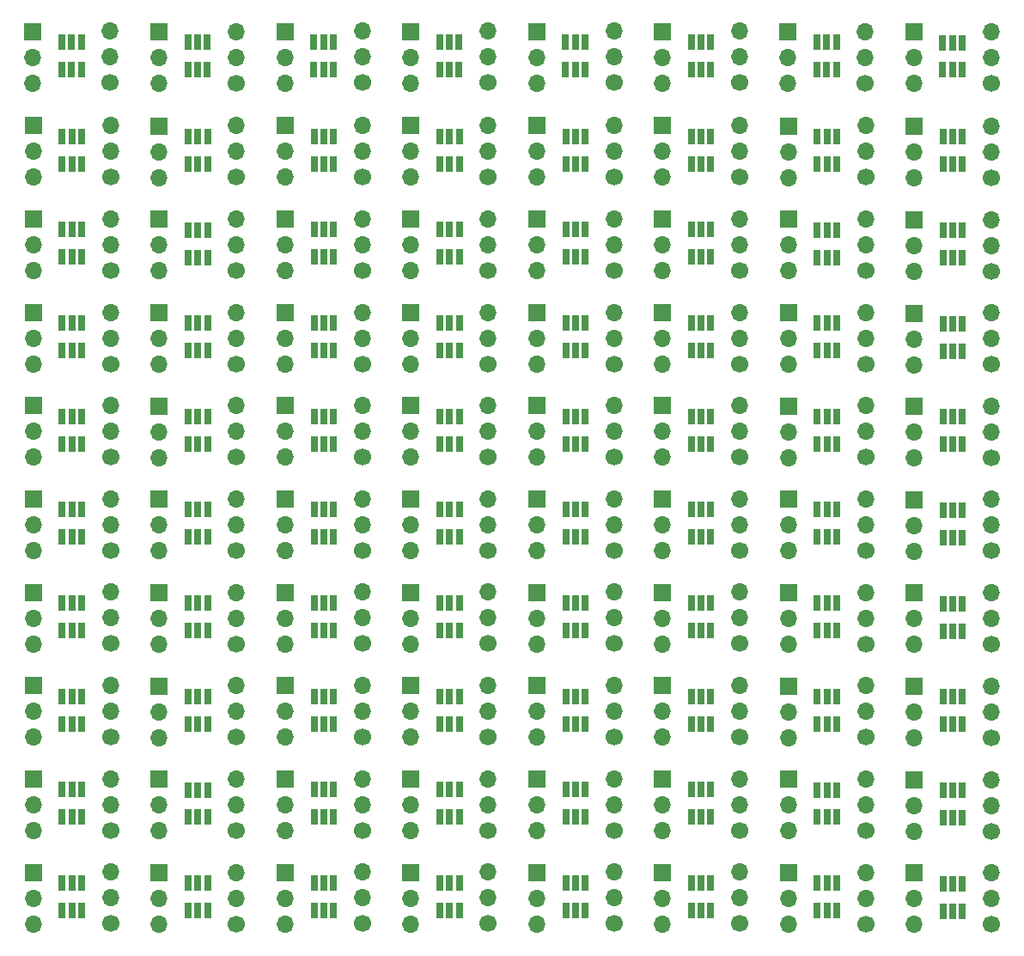
<source format=gbr>
%TF.GenerationSoftware,KiCad,Pcbnew,6.0.11+dfsg-1~bpo11+1*%
%TF.CreationDate,2023-03-06T17:28:23+08:00*%
%TF.ProjectId,sot2dip - panel,736f7432-6469-4702-902d-2070616e656c,rev?*%
%TF.SameCoordinates,Original*%
%TF.FileFunction,Soldermask,Top*%
%TF.FilePolarity,Negative*%
%FSLAX46Y46*%
G04 Gerber Fmt 4.6, Leading zero omitted, Abs format (unit mm)*
G04 Created by KiCad (PCBNEW 6.0.11+dfsg-1~bpo11+1) date 2023-03-06 17:28:23*
%MOMM*%
%LPD*%
G01*
G04 APERTURE LIST*
%ADD10R,0.650000X1.560000*%
%ADD11C,1.700000*%
%ADD12O,1.700000X1.700000*%
%ADD13R,1.700000X1.700000*%
G04 APERTURE END LIST*
D10*
%TO.C,J2*%
X171722000Y-61539000D03*
X172672000Y-61539000D03*
X173622000Y-61539000D03*
X173622000Y-58839000D03*
X172672000Y-58839000D03*
X171722000Y-58839000D03*
%TD*%
%TO.C,J2*%
X109700000Y-61541000D03*
X110650000Y-61541000D03*
X111600000Y-61541000D03*
X111600000Y-58841000D03*
X110650000Y-58841000D03*
X109700000Y-58841000D03*
%TD*%
D11*
%TO.C,J3*%
X126884000Y-62878000D03*
D12*
X126884000Y-60338000D03*
X126884000Y-57798000D03*
%TD*%
D13*
%TO.C,J1*%
X181284000Y-103908000D03*
D12*
X181284000Y-106448000D03*
X181284000Y-108988000D03*
%TD*%
D11*
%TO.C,J3*%
X164106000Y-136556000D03*
D12*
X164106000Y-134016000D03*
X164106000Y-131476000D03*
%TD*%
D11*
%TO.C,J3*%
X164106000Y-145756000D03*
D12*
X164106000Y-143216000D03*
X164106000Y-140676000D03*
%TD*%
D13*
%TO.C,J1*%
X193665000Y-76361000D03*
D12*
X193665000Y-78901000D03*
X193665000Y-81441000D03*
%TD*%
D10*
%TO.C,J2*%
X146944000Y-126041000D03*
X147894000Y-126041000D03*
X148844000Y-126041000D03*
X148844000Y-123341000D03*
X147894000Y-123341000D03*
X146944000Y-123341000D03*
%TD*%
%TO.C,J2*%
X146944000Y-70835000D03*
X147894000Y-70835000D03*
X148844000Y-70835000D03*
X148844000Y-68135000D03*
X147894000Y-68135000D03*
X146944000Y-68135000D03*
%TD*%
%TO.C,J2*%
X159344000Y-98437000D03*
X160294000Y-98437000D03*
X161244000Y-98437000D03*
X161244000Y-95737000D03*
X160294000Y-95737000D03*
X159344000Y-95737000D03*
%TD*%
D13*
%TO.C,J1*%
X131684000Y-76300000D03*
D12*
X131684000Y-78840000D03*
X131684000Y-81380000D03*
%TD*%
D10*
%TO.C,J2*%
X109722000Y-70835000D03*
X110672000Y-70835000D03*
X111622000Y-70835000D03*
X111622000Y-68135000D03*
X110672000Y-68135000D03*
X109722000Y-68135000D03*
%TD*%
D11*
%TO.C,J3*%
X114484000Y-108946000D03*
D12*
X114484000Y-106406000D03*
X114484000Y-103866000D03*
%TD*%
D11*
%TO.C,J3*%
X201287000Y-109007000D03*
D12*
X201287000Y-106467000D03*
X201287000Y-103927000D03*
%TD*%
D11*
%TO.C,J3*%
X164106000Y-72150000D03*
D12*
X164106000Y-69610000D03*
X164106000Y-67070000D03*
%TD*%
D10*
%TO.C,J2*%
X196525000Y-107690000D03*
X197475000Y-107690000D03*
X198425000Y-107690000D03*
X198425000Y-104990000D03*
X197475000Y-104990000D03*
X196525000Y-104990000D03*
%TD*%
D13*
%TO.C,J1*%
X181284000Y-67114000D03*
D12*
X181284000Y-69654000D03*
X181284000Y-72194000D03*
%TD*%
D13*
%TO.C,J1*%
X156484000Y-122298000D03*
D12*
X156484000Y-124838000D03*
X156484000Y-127378000D03*
%TD*%
D11*
%TO.C,J3*%
X151706000Y-136558000D03*
D12*
X151706000Y-134018000D03*
X151706000Y-131478000D03*
%TD*%
D10*
%TO.C,J2*%
X122144000Y-116861000D03*
X123094000Y-116861000D03*
X124044000Y-116861000D03*
X124044000Y-114161000D03*
X123094000Y-114161000D03*
X122144000Y-114161000D03*
%TD*%
D11*
%TO.C,J3*%
X188906000Y-118178000D03*
D12*
X188906000Y-115638000D03*
X188906000Y-113098000D03*
%TD*%
D10*
%TO.C,J2*%
X196525000Y-135302000D03*
X197475000Y-135302000D03*
X198425000Y-135302000D03*
X198425000Y-132602000D03*
X197475000Y-132602000D03*
X196525000Y-132602000D03*
%TD*%
%TO.C,J2*%
X134544000Y-107629000D03*
X135494000Y-107629000D03*
X136444000Y-107629000D03*
X136444000Y-104929000D03*
X135494000Y-104929000D03*
X134544000Y-104929000D03*
%TD*%
D13*
%TO.C,J1*%
X156484000Y-85508000D03*
D12*
X156484000Y-88048000D03*
X156484000Y-90588000D03*
%TD*%
D13*
%TO.C,J1*%
X168884000Y-85508000D03*
D12*
X168884000Y-88048000D03*
X168884000Y-90588000D03*
%TD*%
D10*
%TO.C,J2*%
X196525000Y-80102000D03*
X197475000Y-80102000D03*
X198425000Y-80102000D03*
X198425000Y-77402000D03*
X197475000Y-77402000D03*
X196525000Y-77402000D03*
%TD*%
D11*
%TO.C,J3*%
X201287000Y-81419000D03*
D12*
X201287000Y-78879000D03*
X201287000Y-76339000D03*
%TD*%
D13*
%TO.C,J1*%
X181284000Y-76320000D03*
D12*
X181284000Y-78860000D03*
X181284000Y-81400000D03*
%TD*%
D10*
%TO.C,J2*%
X171744000Y-89249000D03*
X172694000Y-89249000D03*
X173644000Y-89249000D03*
X173644000Y-86549000D03*
X172694000Y-86549000D03*
X171744000Y-86549000D03*
%TD*%
D11*
%TO.C,J3*%
X164106000Y-127356000D03*
D12*
X164106000Y-124816000D03*
X164106000Y-122276000D03*
%TD*%
D11*
%TO.C,J3*%
X164084000Y-62856000D03*
D12*
X164084000Y-60316000D03*
X164084000Y-57776000D03*
%TD*%
D13*
%TO.C,J1*%
X106862000Y-76300000D03*
D12*
X106862000Y-78840000D03*
X106862000Y-81380000D03*
%TD*%
D10*
%TO.C,J2*%
X171744000Y-107627000D03*
X172694000Y-107627000D03*
X173644000Y-107627000D03*
X173644000Y-104927000D03*
X172694000Y-104927000D03*
X171744000Y-104927000D03*
%TD*%
D11*
%TO.C,J3*%
X176506000Y-108944000D03*
D12*
X176506000Y-106404000D03*
X176506000Y-103864000D03*
%TD*%
D10*
%TO.C,J2*%
X109722000Y-107629000D03*
X110672000Y-107629000D03*
X111622000Y-107629000D03*
X111622000Y-104929000D03*
X110672000Y-104929000D03*
X109722000Y-104929000D03*
%TD*%
%TO.C,J2*%
X134544000Y-98439000D03*
X135494000Y-98439000D03*
X136444000Y-98439000D03*
X136444000Y-95739000D03*
X135494000Y-95739000D03*
X134544000Y-95739000D03*
%TD*%
D13*
%TO.C,J1*%
X181262000Y-57820000D03*
D12*
X181262000Y-60360000D03*
X181262000Y-62900000D03*
%TD*%
D10*
%TO.C,J2*%
X134544000Y-135241000D03*
X135494000Y-135241000D03*
X136444000Y-135241000D03*
X136444000Y-132541000D03*
X135494000Y-132541000D03*
X134544000Y-132541000D03*
%TD*%
%TO.C,J2*%
X184144000Y-107649000D03*
X185094000Y-107649000D03*
X186044000Y-107649000D03*
X186044000Y-104949000D03*
X185094000Y-104949000D03*
X184144000Y-104949000D03*
%TD*%
D11*
%TO.C,J3*%
X126906000Y-99776000D03*
D12*
X126906000Y-97236000D03*
X126906000Y-94696000D03*
%TD*%
D10*
%TO.C,J2*%
X109722000Y-80041000D03*
X110672000Y-80041000D03*
X111622000Y-80041000D03*
X111622000Y-77341000D03*
X110672000Y-77341000D03*
X109722000Y-77341000D03*
%TD*%
D13*
%TO.C,J1*%
X156484000Y-67092000D03*
D12*
X156484000Y-69632000D03*
X156484000Y-72172000D03*
%TD*%
D13*
%TO.C,J1*%
X131684000Y-113100000D03*
D12*
X131684000Y-115640000D03*
X131684000Y-118180000D03*
%TD*%
D11*
%TO.C,J3*%
X176506000Y-127356000D03*
D12*
X176506000Y-124816000D03*
X176506000Y-122276000D03*
%TD*%
D13*
%TO.C,J1*%
X156484000Y-140698000D03*
D12*
X156484000Y-143238000D03*
X156484000Y-145778000D03*
%TD*%
D11*
%TO.C,J3*%
X139306000Y-136558000D03*
D12*
X139306000Y-134018000D03*
X139306000Y-131478000D03*
%TD*%
D13*
%TO.C,J1*%
X106862000Y-113100000D03*
D12*
X106862000Y-115640000D03*
X106862000Y-118180000D03*
%TD*%
D11*
%TO.C,J3*%
X139306000Y-81358000D03*
D12*
X139306000Y-78818000D03*
X139306000Y-76278000D03*
%TD*%
D10*
%TO.C,J2*%
X109722000Y-98439000D03*
X110672000Y-98439000D03*
X111622000Y-98439000D03*
X111622000Y-95739000D03*
X110672000Y-95739000D03*
X109722000Y-95739000D03*
%TD*%
%TO.C,J2*%
X184144000Y-126061000D03*
X185094000Y-126061000D03*
X186044000Y-126061000D03*
X186044000Y-123361000D03*
X185094000Y-123361000D03*
X184144000Y-123361000D03*
%TD*%
D11*
%TO.C,J3*%
X126906000Y-136578000D03*
D12*
X126906000Y-134038000D03*
X126906000Y-131498000D03*
%TD*%
D10*
%TO.C,J2*%
X184144000Y-89271000D03*
X185094000Y-89271000D03*
X186044000Y-89271000D03*
X186044000Y-86571000D03*
X185094000Y-86571000D03*
X184144000Y-86571000D03*
%TD*%
D11*
%TO.C,J3*%
X176506000Y-90566000D03*
D12*
X176506000Y-88026000D03*
X176506000Y-85486000D03*
%TD*%
D13*
%TO.C,J1*%
X131684000Y-131500000D03*
D12*
X131684000Y-134040000D03*
X131684000Y-136580000D03*
%TD*%
D11*
%TO.C,J3*%
X139306000Y-127358000D03*
D12*
X139306000Y-124818000D03*
X139306000Y-122278000D03*
%TD*%
D13*
%TO.C,J1*%
X168884000Y-113098000D03*
D12*
X168884000Y-115638000D03*
X168884000Y-118178000D03*
%TD*%
D10*
%TO.C,J2*%
X146944000Y-80041000D03*
X147894000Y-80041000D03*
X148844000Y-80041000D03*
X148844000Y-77341000D03*
X147894000Y-77341000D03*
X146944000Y-77341000D03*
%TD*%
D11*
%TO.C,J3*%
X151706000Y-108946000D03*
D12*
X151706000Y-106406000D03*
X151706000Y-103866000D03*
%TD*%
D11*
%TO.C,J3*%
X188906000Y-108966000D03*
D12*
X188906000Y-106426000D03*
X188906000Y-103886000D03*
%TD*%
D11*
%TO.C,J3*%
X139284000Y-62858000D03*
D12*
X139284000Y-60318000D03*
X139284000Y-57778000D03*
%TD*%
D10*
%TO.C,J2*%
X159344000Y-107627000D03*
X160294000Y-107627000D03*
X161244000Y-107627000D03*
X161244000Y-104927000D03*
X160294000Y-104927000D03*
X159344000Y-104927000D03*
%TD*%
%TO.C,J2*%
X159344000Y-116839000D03*
X160294000Y-116839000D03*
X161244000Y-116839000D03*
X161244000Y-114139000D03*
X160294000Y-114139000D03*
X159344000Y-114139000D03*
%TD*%
%TO.C,J2*%
X146944000Y-116841000D03*
X147894000Y-116841000D03*
X148844000Y-116841000D03*
X148844000Y-114141000D03*
X147894000Y-114141000D03*
X146944000Y-114141000D03*
%TD*%
%TO.C,J2*%
X171744000Y-80039000D03*
X172694000Y-80039000D03*
X173644000Y-80039000D03*
X173644000Y-77339000D03*
X172694000Y-77339000D03*
X171744000Y-77339000D03*
%TD*%
D13*
%TO.C,J1*%
X119284000Y-85530000D03*
D12*
X119284000Y-88070000D03*
X119284000Y-90610000D03*
%TD*%
D10*
%TO.C,J2*%
X122144000Y-107649000D03*
X123094000Y-107649000D03*
X124044000Y-107649000D03*
X124044000Y-104949000D03*
X123094000Y-104949000D03*
X122144000Y-104949000D03*
%TD*%
%TO.C,J2*%
X122144000Y-126061000D03*
X123094000Y-126061000D03*
X124044000Y-126061000D03*
X124044000Y-123361000D03*
X123094000Y-123361000D03*
X122144000Y-123361000D03*
%TD*%
D13*
%TO.C,J1*%
X119284000Y-67114000D03*
D12*
X119284000Y-69654000D03*
X119284000Y-72194000D03*
%TD*%
D13*
%TO.C,J1*%
X144084000Y-140700000D03*
D12*
X144084000Y-143240000D03*
X144084000Y-145780000D03*
%TD*%
D13*
%TO.C,J1*%
X156484000Y-113098000D03*
D12*
X156484000Y-115638000D03*
X156484000Y-118178000D03*
%TD*%
D11*
%TO.C,J3*%
X151706000Y-81358000D03*
D12*
X151706000Y-78818000D03*
X151706000Y-76278000D03*
%TD*%
D10*
%TO.C,J2*%
X171744000Y-70833000D03*
X172694000Y-70833000D03*
X173644000Y-70833000D03*
X173644000Y-68133000D03*
X172694000Y-68133000D03*
X171744000Y-68133000D03*
%TD*%
D11*
%TO.C,J3*%
X164106000Y-81356000D03*
D12*
X164106000Y-78816000D03*
X164106000Y-76276000D03*
%TD*%
D10*
%TO.C,J2*%
X196525000Y-144502000D03*
X197475000Y-144502000D03*
X198425000Y-144502000D03*
X198425000Y-141802000D03*
X197475000Y-141802000D03*
X196525000Y-141802000D03*
%TD*%
D13*
%TO.C,J1*%
X131684000Y-67094000D03*
D12*
X131684000Y-69634000D03*
X131684000Y-72174000D03*
%TD*%
D10*
%TO.C,J2*%
X171744000Y-126039000D03*
X172694000Y-126039000D03*
X173644000Y-126039000D03*
X173644000Y-123339000D03*
X172694000Y-123339000D03*
X171744000Y-123339000D03*
%TD*%
D13*
%TO.C,J1*%
X156484000Y-76298000D03*
D12*
X156484000Y-78838000D03*
X156484000Y-81378000D03*
%TD*%
D11*
%TO.C,J3*%
X176506000Y-136556000D03*
D12*
X176506000Y-134016000D03*
X176506000Y-131476000D03*
%TD*%
D11*
%TO.C,J3*%
X188906000Y-136578000D03*
D12*
X188906000Y-134038000D03*
X188906000Y-131498000D03*
%TD*%
D10*
%TO.C,J2*%
X196525000Y-70896000D03*
X197475000Y-70896000D03*
X198425000Y-70896000D03*
X198425000Y-68196000D03*
X197475000Y-68196000D03*
X196525000Y-68196000D03*
%TD*%
D13*
%TO.C,J1*%
X131684000Y-122300000D03*
D12*
X131684000Y-124840000D03*
X131684000Y-127380000D03*
%TD*%
D10*
%TO.C,J2*%
X146944000Y-107629000D03*
X147894000Y-107629000D03*
X148844000Y-107629000D03*
X148844000Y-104929000D03*
X147894000Y-104929000D03*
X146944000Y-104929000D03*
%TD*%
%TO.C,J2*%
X134544000Y-70835000D03*
X135494000Y-70835000D03*
X136444000Y-70835000D03*
X136444000Y-68135000D03*
X135494000Y-68135000D03*
X134544000Y-68135000D03*
%TD*%
D13*
%TO.C,J1*%
X106862000Y-140700000D03*
D12*
X106862000Y-143240000D03*
X106862000Y-145780000D03*
%TD*%
D11*
%TO.C,J3*%
X188906000Y-145778000D03*
D12*
X188906000Y-143238000D03*
X188906000Y-140698000D03*
%TD*%
D13*
%TO.C,J1*%
X181284000Y-140720000D03*
D12*
X181284000Y-143260000D03*
X181284000Y-145800000D03*
%TD*%
D13*
%TO.C,J1*%
X144084000Y-67094000D03*
D12*
X144084000Y-69634000D03*
X144084000Y-72174000D03*
%TD*%
D11*
%TO.C,J3*%
X201287000Y-136619000D03*
D12*
X201287000Y-134079000D03*
X201287000Y-131539000D03*
%TD*%
D10*
%TO.C,J2*%
X184122000Y-61561000D03*
X185072000Y-61561000D03*
X186022000Y-61561000D03*
X186022000Y-58861000D03*
X185072000Y-58861000D03*
X184122000Y-58861000D03*
%TD*%
%TO.C,J2*%
X122144000Y-135261000D03*
X123094000Y-135261000D03*
X124044000Y-135261000D03*
X124044000Y-132561000D03*
X123094000Y-132561000D03*
X122144000Y-132561000D03*
%TD*%
D13*
%TO.C,J1*%
X193665000Y-85571000D03*
D12*
X193665000Y-88111000D03*
X193665000Y-90651000D03*
%TD*%
D13*
%TO.C,J1*%
X119284000Y-131520000D03*
D12*
X119284000Y-134060000D03*
X119284000Y-136600000D03*
%TD*%
D13*
%TO.C,J1*%
X119284000Y-103908000D03*
D12*
X119284000Y-106448000D03*
X119284000Y-108988000D03*
%TD*%
D13*
%TO.C,J1*%
X156484000Y-94696000D03*
D12*
X156484000Y-97236000D03*
X156484000Y-99776000D03*
%TD*%
D11*
%TO.C,J3*%
X126906000Y-127378000D03*
D12*
X126906000Y-124838000D03*
X126906000Y-122298000D03*
%TD*%
D11*
%TO.C,J3*%
X188906000Y-127378000D03*
D12*
X188906000Y-124838000D03*
X188906000Y-122298000D03*
%TD*%
D10*
%TO.C,J2*%
X134544000Y-116841000D03*
X135494000Y-116841000D03*
X136444000Y-116841000D03*
X136444000Y-114141000D03*
X135494000Y-114141000D03*
X134544000Y-114141000D03*
%TD*%
D11*
%TO.C,J3*%
X126906000Y-81378000D03*
D12*
X126906000Y-78838000D03*
X126906000Y-76298000D03*
%TD*%
D10*
%TO.C,J2*%
X109722000Y-89251000D03*
X110672000Y-89251000D03*
X111622000Y-89251000D03*
X111622000Y-86551000D03*
X110672000Y-86551000D03*
X109722000Y-86551000D03*
%TD*%
%TO.C,J2*%
X109722000Y-126041000D03*
X110672000Y-126041000D03*
X111622000Y-126041000D03*
X111622000Y-123341000D03*
X110672000Y-123341000D03*
X109722000Y-123341000D03*
%TD*%
D13*
%TO.C,J1*%
X168884000Y-131498000D03*
D12*
X168884000Y-134038000D03*
X168884000Y-136578000D03*
%TD*%
D10*
%TO.C,J2*%
X134544000Y-89251000D03*
X135494000Y-89251000D03*
X136444000Y-89251000D03*
X136444000Y-86551000D03*
X135494000Y-86551000D03*
X134544000Y-86551000D03*
%TD*%
D13*
%TO.C,J1*%
X144084000Y-131500000D03*
D12*
X144084000Y-134040000D03*
X144084000Y-136580000D03*
%TD*%
D11*
%TO.C,J3*%
X201287000Y-99817000D03*
D12*
X201287000Y-97277000D03*
X201287000Y-94737000D03*
%TD*%
D11*
%TO.C,J3*%
X188906000Y-81378000D03*
D12*
X188906000Y-78838000D03*
X188906000Y-76298000D03*
%TD*%
D10*
%TO.C,J2*%
X159344000Y-126039000D03*
X160294000Y-126039000D03*
X161244000Y-126039000D03*
X161244000Y-123339000D03*
X160294000Y-123339000D03*
X159344000Y-123339000D03*
%TD*%
D13*
%TO.C,J1*%
X181284000Y-122320000D03*
D12*
X181284000Y-124860000D03*
X181284000Y-127400000D03*
%TD*%
D10*
%TO.C,J2*%
X109722000Y-144441000D03*
X110672000Y-144441000D03*
X111622000Y-144441000D03*
X111622000Y-141741000D03*
X110672000Y-141741000D03*
X109722000Y-141741000D03*
%TD*%
D11*
%TO.C,J3*%
X201287000Y-118219000D03*
D12*
X201287000Y-115679000D03*
X201287000Y-113139000D03*
%TD*%
D11*
%TO.C,J3*%
X114484000Y-81358000D03*
D12*
X114484000Y-78818000D03*
X114484000Y-76278000D03*
%TD*%
D11*
%TO.C,J3*%
X176506000Y-145756000D03*
D12*
X176506000Y-143216000D03*
X176506000Y-140676000D03*
%TD*%
D13*
%TO.C,J1*%
X131662000Y-57800000D03*
D12*
X131662000Y-60340000D03*
X131662000Y-62880000D03*
%TD*%
D11*
%TO.C,J3*%
X139306000Y-72152000D03*
D12*
X139306000Y-69612000D03*
X139306000Y-67072000D03*
%TD*%
D11*
%TO.C,J3*%
X151684000Y-62858000D03*
D12*
X151684000Y-60318000D03*
X151684000Y-57778000D03*
%TD*%
D13*
%TO.C,J1*%
X181284000Y-85530000D03*
D12*
X181284000Y-88070000D03*
X181284000Y-90610000D03*
%TD*%
D13*
%TO.C,J1*%
X106840000Y-57800000D03*
D12*
X106840000Y-60340000D03*
X106840000Y-62880000D03*
%TD*%
D11*
%TO.C,J3*%
X126906000Y-145778000D03*
D12*
X126906000Y-143238000D03*
X126906000Y-140698000D03*
%TD*%
D13*
%TO.C,J1*%
X131684000Y-103888000D03*
D12*
X131684000Y-106428000D03*
X131684000Y-108968000D03*
%TD*%
D11*
%TO.C,J3*%
X114484000Y-72152000D03*
D12*
X114484000Y-69612000D03*
X114484000Y-67072000D03*
%TD*%
D13*
%TO.C,J1*%
X144084000Y-113100000D03*
D12*
X144084000Y-115640000D03*
X144084000Y-118180000D03*
%TD*%
D10*
%TO.C,J2*%
X184144000Y-144461000D03*
X185094000Y-144461000D03*
X186044000Y-144461000D03*
X186044000Y-141761000D03*
X185094000Y-141761000D03*
X184144000Y-141761000D03*
%TD*%
%TO.C,J2*%
X196525000Y-89312000D03*
X197475000Y-89312000D03*
X198425000Y-89312000D03*
X198425000Y-86612000D03*
X197475000Y-86612000D03*
X196525000Y-86612000D03*
%TD*%
%TO.C,J2*%
X171744000Y-135239000D03*
X172694000Y-135239000D03*
X173644000Y-135239000D03*
X173644000Y-132539000D03*
X172694000Y-132539000D03*
X171744000Y-132539000D03*
%TD*%
D11*
%TO.C,J3*%
X201287000Y-90629000D03*
D12*
X201287000Y-88089000D03*
X201287000Y-85549000D03*
%TD*%
D11*
%TO.C,J3*%
X126906000Y-72172000D03*
D12*
X126906000Y-69632000D03*
X126906000Y-67092000D03*
%TD*%
D13*
%TO.C,J1*%
X156484000Y-131498000D03*
D12*
X156484000Y-134038000D03*
X156484000Y-136578000D03*
%TD*%
D13*
%TO.C,J1*%
X181284000Y-113120000D03*
D12*
X181284000Y-115660000D03*
X181284000Y-118200000D03*
%TD*%
D13*
%TO.C,J1*%
X106862000Y-131500000D03*
D12*
X106862000Y-134040000D03*
X106862000Y-136580000D03*
%TD*%
D10*
%TO.C,J2*%
X196525000Y-126102000D03*
X197475000Y-126102000D03*
X198425000Y-126102000D03*
X198425000Y-123402000D03*
X197475000Y-123402000D03*
X196525000Y-123402000D03*
%TD*%
D13*
%TO.C,J1*%
X193665000Y-94759000D03*
D12*
X193665000Y-97299000D03*
X193665000Y-99839000D03*
%TD*%
D11*
%TO.C,J3*%
X151706000Y-145758000D03*
D12*
X151706000Y-143218000D03*
X151706000Y-140678000D03*
%TD*%
D13*
%TO.C,J1*%
X119284000Y-113120000D03*
D12*
X119284000Y-115660000D03*
X119284000Y-118200000D03*
%TD*%
D11*
%TO.C,J3*%
X201265000Y-62919000D03*
D12*
X201265000Y-60379000D03*
X201265000Y-57839000D03*
%TD*%
D13*
%TO.C,J1*%
X193665000Y-67155000D03*
D12*
X193665000Y-69695000D03*
X193665000Y-72235000D03*
%TD*%
D11*
%TO.C,J3*%
X139306000Y-145758000D03*
D12*
X139306000Y-143218000D03*
X139306000Y-140678000D03*
%TD*%
D13*
%TO.C,J1*%
X119262000Y-57820000D03*
D12*
X119262000Y-60360000D03*
X119262000Y-62900000D03*
%TD*%
D13*
%TO.C,J1*%
X131684000Y-140700000D03*
D12*
X131684000Y-143240000D03*
X131684000Y-145780000D03*
%TD*%
D10*
%TO.C,J2*%
X159344000Y-144439000D03*
X160294000Y-144439000D03*
X161244000Y-144439000D03*
X161244000Y-141739000D03*
X160294000Y-141739000D03*
X159344000Y-141739000D03*
%TD*%
%TO.C,J2*%
X196525000Y-116902000D03*
X197475000Y-116902000D03*
X198425000Y-116902000D03*
X198425000Y-114202000D03*
X197475000Y-114202000D03*
X196525000Y-114202000D03*
%TD*%
D13*
%TO.C,J1*%
X181284000Y-131520000D03*
D12*
X181284000Y-134060000D03*
X181284000Y-136600000D03*
%TD*%
D10*
%TO.C,J2*%
X146944000Y-144441000D03*
X147894000Y-144441000D03*
X148844000Y-144441000D03*
X148844000Y-141741000D03*
X147894000Y-141741000D03*
X146944000Y-141741000D03*
%TD*%
D11*
%TO.C,J3*%
X151706000Y-72152000D03*
D12*
X151706000Y-69612000D03*
X151706000Y-67072000D03*
%TD*%
D11*
%TO.C,J3*%
X188884000Y-62878000D03*
D12*
X188884000Y-60338000D03*
X188884000Y-57798000D03*
%TD*%
D11*
%TO.C,J3*%
X188906000Y-99776000D03*
D12*
X188906000Y-97236000D03*
X188906000Y-94696000D03*
%TD*%
D13*
%TO.C,J1*%
X156462000Y-57798000D03*
D12*
X156462000Y-60338000D03*
X156462000Y-62878000D03*
%TD*%
D13*
%TO.C,J1*%
X119284000Y-122320000D03*
D12*
X119284000Y-124860000D03*
X119284000Y-127400000D03*
%TD*%
D11*
%TO.C,J3*%
X126906000Y-108966000D03*
D12*
X126906000Y-106426000D03*
X126906000Y-103886000D03*
%TD*%
D13*
%TO.C,J1*%
X119284000Y-140720000D03*
D12*
X119284000Y-143260000D03*
X119284000Y-145800000D03*
%TD*%
D11*
%TO.C,J3*%
X164106000Y-90566000D03*
D12*
X164106000Y-88026000D03*
X164106000Y-85486000D03*
%TD*%
D11*
%TO.C,J3*%
X114484000Y-127358000D03*
D12*
X114484000Y-124818000D03*
X114484000Y-122278000D03*
%TD*%
D10*
%TO.C,J2*%
X184144000Y-98459000D03*
X185094000Y-98459000D03*
X186044000Y-98459000D03*
X186044000Y-95759000D03*
X185094000Y-95759000D03*
X184144000Y-95759000D03*
%TD*%
%TO.C,J2*%
X159344000Y-80039000D03*
X160294000Y-80039000D03*
X161244000Y-80039000D03*
X161244000Y-77339000D03*
X160294000Y-77339000D03*
X159344000Y-77339000D03*
%TD*%
%TO.C,J2*%
X134544000Y-80041000D03*
X135494000Y-80041000D03*
X136444000Y-80041000D03*
X136444000Y-77341000D03*
X135494000Y-77341000D03*
X134544000Y-77341000D03*
%TD*%
%TO.C,J2*%
X134522000Y-61541000D03*
X135472000Y-61541000D03*
X136422000Y-61541000D03*
X136422000Y-58841000D03*
X135472000Y-58841000D03*
X134522000Y-58841000D03*
%TD*%
D13*
%TO.C,J1*%
X106862000Y-103888000D03*
D12*
X106862000Y-106428000D03*
X106862000Y-108968000D03*
%TD*%
D10*
%TO.C,J2*%
X184144000Y-135261000D03*
X185094000Y-135261000D03*
X186044000Y-135261000D03*
X186044000Y-132561000D03*
X185094000Y-132561000D03*
X184144000Y-132561000D03*
%TD*%
D13*
%TO.C,J1*%
X106862000Y-67094000D03*
D12*
X106862000Y-69634000D03*
X106862000Y-72174000D03*
%TD*%
D11*
%TO.C,J3*%
X139306000Y-118158000D03*
D12*
X139306000Y-115618000D03*
X139306000Y-113078000D03*
%TD*%
D10*
%TO.C,J2*%
X122144000Y-144461000D03*
X123094000Y-144461000D03*
X124044000Y-144461000D03*
X124044000Y-141761000D03*
X123094000Y-141761000D03*
X122144000Y-141761000D03*
%TD*%
D13*
%TO.C,J1*%
X144084000Y-85510000D03*
D12*
X144084000Y-88050000D03*
X144084000Y-90590000D03*
%TD*%
D13*
%TO.C,J1*%
X106862000Y-94698000D03*
D12*
X106862000Y-97238000D03*
X106862000Y-99778000D03*
%TD*%
D10*
%TO.C,J2*%
X122144000Y-80061000D03*
X123094000Y-80061000D03*
X124044000Y-80061000D03*
X124044000Y-77361000D03*
X123094000Y-77361000D03*
X122144000Y-77361000D03*
%TD*%
D13*
%TO.C,J1*%
X106862000Y-122300000D03*
D12*
X106862000Y-124840000D03*
X106862000Y-127380000D03*
%TD*%
D13*
%TO.C,J1*%
X131684000Y-94698000D03*
D12*
X131684000Y-97238000D03*
X131684000Y-99778000D03*
%TD*%
D10*
%TO.C,J2*%
X159344000Y-89249000D03*
X160294000Y-89249000D03*
X161244000Y-89249000D03*
X161244000Y-86549000D03*
X160294000Y-86549000D03*
X159344000Y-86549000D03*
%TD*%
D11*
%TO.C,J3*%
X114484000Y-145758000D03*
D12*
X114484000Y-143218000D03*
X114484000Y-140678000D03*
%TD*%
D13*
%TO.C,J1*%
X193665000Y-140761000D03*
D12*
X193665000Y-143301000D03*
X193665000Y-145841000D03*
%TD*%
D10*
%TO.C,J2*%
X196525000Y-98500000D03*
X197475000Y-98500000D03*
X198425000Y-98500000D03*
X198425000Y-95800000D03*
X197475000Y-95800000D03*
X196525000Y-95800000D03*
%TD*%
%TO.C,J2*%
X184144000Y-70855000D03*
X185094000Y-70855000D03*
X186044000Y-70855000D03*
X186044000Y-68155000D03*
X185094000Y-68155000D03*
X184144000Y-68155000D03*
%TD*%
D11*
%TO.C,J3*%
X114484000Y-99756000D03*
D12*
X114484000Y-97216000D03*
X114484000Y-94676000D03*
%TD*%
D13*
%TO.C,J1*%
X181284000Y-94718000D03*
D12*
X181284000Y-97258000D03*
X181284000Y-99798000D03*
%TD*%
D10*
%TO.C,J2*%
X134544000Y-126041000D03*
X135494000Y-126041000D03*
X136444000Y-126041000D03*
X136444000Y-123341000D03*
X135494000Y-123341000D03*
X134544000Y-123341000D03*
%TD*%
D11*
%TO.C,J3*%
X114462000Y-62858000D03*
D12*
X114462000Y-60318000D03*
X114462000Y-57778000D03*
%TD*%
D13*
%TO.C,J1*%
X193665000Y-131561000D03*
D12*
X193665000Y-134101000D03*
X193665000Y-136641000D03*
%TD*%
D11*
%TO.C,J3*%
X139306000Y-90568000D03*
D12*
X139306000Y-88028000D03*
X139306000Y-85488000D03*
%TD*%
D10*
%TO.C,J2*%
X171744000Y-144439000D03*
X172694000Y-144439000D03*
X173644000Y-144439000D03*
X173644000Y-141739000D03*
X172694000Y-141739000D03*
X171744000Y-141739000D03*
%TD*%
%TO.C,J2*%
X171744000Y-98437000D03*
X172694000Y-98437000D03*
X173644000Y-98437000D03*
X173644000Y-95737000D03*
X172694000Y-95737000D03*
X171744000Y-95737000D03*
%TD*%
%TO.C,J2*%
X122144000Y-89271000D03*
X123094000Y-89271000D03*
X124044000Y-89271000D03*
X124044000Y-86571000D03*
X123094000Y-86571000D03*
X122144000Y-86571000D03*
%TD*%
D13*
%TO.C,J1*%
X168862000Y-57798000D03*
D12*
X168862000Y-60338000D03*
X168862000Y-62878000D03*
%TD*%
D11*
%TO.C,J3*%
X139306000Y-108946000D03*
D12*
X139306000Y-106406000D03*
X139306000Y-103866000D03*
%TD*%
D13*
%TO.C,J1*%
X168884000Y-76298000D03*
D12*
X168884000Y-78838000D03*
X168884000Y-81378000D03*
%TD*%
D10*
%TO.C,J2*%
X159344000Y-70833000D03*
X160294000Y-70833000D03*
X161244000Y-70833000D03*
X161244000Y-68133000D03*
X160294000Y-68133000D03*
X159344000Y-68133000D03*
%TD*%
D13*
%TO.C,J1*%
X168884000Y-67092000D03*
D12*
X168884000Y-69632000D03*
X168884000Y-72172000D03*
%TD*%
D11*
%TO.C,J3*%
X164106000Y-99754000D03*
D12*
X164106000Y-97214000D03*
X164106000Y-94674000D03*
%TD*%
D10*
%TO.C,J2*%
X196503000Y-61602000D03*
X197453000Y-61602000D03*
X198403000Y-61602000D03*
X198403000Y-58902000D03*
X197453000Y-58902000D03*
X196503000Y-58902000D03*
%TD*%
D11*
%TO.C,J3*%
X176506000Y-118156000D03*
D12*
X176506000Y-115616000D03*
X176506000Y-113076000D03*
%TD*%
D11*
%TO.C,J3*%
X114484000Y-90568000D03*
D12*
X114484000Y-88028000D03*
X114484000Y-85488000D03*
%TD*%
D11*
%TO.C,J3*%
X201287000Y-145819000D03*
D12*
X201287000Y-143279000D03*
X201287000Y-140739000D03*
%TD*%
D11*
%TO.C,J3*%
X176506000Y-81356000D03*
D12*
X176506000Y-78816000D03*
X176506000Y-76276000D03*
%TD*%
D11*
%TO.C,J3*%
X188906000Y-72172000D03*
D12*
X188906000Y-69632000D03*
X188906000Y-67092000D03*
%TD*%
D11*
%TO.C,J3*%
X164106000Y-118156000D03*
D12*
X164106000Y-115616000D03*
X164106000Y-113076000D03*
%TD*%
D11*
%TO.C,J3*%
X139306000Y-99756000D03*
D12*
X139306000Y-97216000D03*
X139306000Y-94676000D03*
%TD*%
D11*
%TO.C,J3*%
X114484000Y-118158000D03*
D12*
X114484000Y-115618000D03*
X114484000Y-113078000D03*
%TD*%
D13*
%TO.C,J1*%
X144084000Y-76300000D03*
D12*
X144084000Y-78840000D03*
X144084000Y-81380000D03*
%TD*%
D10*
%TO.C,J2*%
X159322000Y-61539000D03*
X160272000Y-61539000D03*
X161222000Y-61539000D03*
X161222000Y-58839000D03*
X160272000Y-58839000D03*
X159322000Y-58839000D03*
%TD*%
D13*
%TO.C,J1*%
X144084000Y-122300000D03*
D12*
X144084000Y-124840000D03*
X144084000Y-127380000D03*
%TD*%
D11*
%TO.C,J3*%
X126906000Y-118178000D03*
D12*
X126906000Y-115638000D03*
X126906000Y-113098000D03*
%TD*%
D11*
%TO.C,J3*%
X114484000Y-136558000D03*
D12*
X114484000Y-134018000D03*
X114484000Y-131478000D03*
%TD*%
D13*
%TO.C,J1*%
X106862000Y-85510000D03*
D12*
X106862000Y-88050000D03*
X106862000Y-90590000D03*
%TD*%
D10*
%TO.C,J2*%
X184144000Y-80061000D03*
X185094000Y-80061000D03*
X186044000Y-80061000D03*
X186044000Y-77361000D03*
X185094000Y-77361000D03*
X184144000Y-77361000D03*
%TD*%
%TO.C,J2*%
X159344000Y-135239000D03*
X160294000Y-135239000D03*
X161244000Y-135239000D03*
X161244000Y-132539000D03*
X160294000Y-132539000D03*
X159344000Y-132539000D03*
%TD*%
D11*
%TO.C,J3*%
X151706000Y-99756000D03*
D12*
X151706000Y-97216000D03*
X151706000Y-94676000D03*
%TD*%
D10*
%TO.C,J2*%
X134544000Y-144441000D03*
X135494000Y-144441000D03*
X136444000Y-144441000D03*
X136444000Y-141741000D03*
X135494000Y-141741000D03*
X134544000Y-141741000D03*
%TD*%
D13*
%TO.C,J1*%
X144084000Y-103888000D03*
D12*
X144084000Y-106428000D03*
X144084000Y-108968000D03*
%TD*%
D13*
%TO.C,J1*%
X168884000Y-103886000D03*
D12*
X168884000Y-106426000D03*
X168884000Y-108966000D03*
%TD*%
D10*
%TO.C,J2*%
X122122000Y-61561000D03*
X123072000Y-61561000D03*
X124022000Y-61561000D03*
X124022000Y-58861000D03*
X123072000Y-58861000D03*
X122122000Y-58861000D03*
%TD*%
D11*
%TO.C,J3*%
X176506000Y-72150000D03*
D12*
X176506000Y-69610000D03*
X176506000Y-67070000D03*
%TD*%
D10*
%TO.C,J2*%
X146922000Y-61541000D03*
X147872000Y-61541000D03*
X148822000Y-61541000D03*
X148822000Y-58841000D03*
X147872000Y-58841000D03*
X146922000Y-58841000D03*
%TD*%
D11*
%TO.C,J3*%
X164106000Y-108944000D03*
D12*
X164106000Y-106404000D03*
X164106000Y-103864000D03*
%TD*%
D11*
%TO.C,J3*%
X176484000Y-62856000D03*
D12*
X176484000Y-60316000D03*
X176484000Y-57776000D03*
%TD*%
D10*
%TO.C,J2*%
X146944000Y-98439000D03*
X147894000Y-98439000D03*
X148844000Y-98439000D03*
X148844000Y-95739000D03*
X147894000Y-95739000D03*
X146944000Y-95739000D03*
%TD*%
D13*
%TO.C,J1*%
X119284000Y-94718000D03*
D12*
X119284000Y-97258000D03*
X119284000Y-99798000D03*
%TD*%
D10*
%TO.C,J2*%
X109722000Y-116841000D03*
X110672000Y-116841000D03*
X111622000Y-116841000D03*
X111622000Y-114141000D03*
X110672000Y-114141000D03*
X109722000Y-114141000D03*
%TD*%
D13*
%TO.C,J1*%
X131684000Y-85510000D03*
D12*
X131684000Y-88050000D03*
X131684000Y-90590000D03*
%TD*%
D13*
%TO.C,J1*%
X168884000Y-140698000D03*
D12*
X168884000Y-143238000D03*
X168884000Y-145778000D03*
%TD*%
D13*
%TO.C,J1*%
X144062000Y-57800000D03*
D12*
X144062000Y-60340000D03*
X144062000Y-62880000D03*
%TD*%
D13*
%TO.C,J1*%
X119284000Y-76320000D03*
D12*
X119284000Y-78860000D03*
X119284000Y-81400000D03*
%TD*%
D11*
%TO.C,J3*%
X188906000Y-90588000D03*
D12*
X188906000Y-88048000D03*
X188906000Y-85508000D03*
%TD*%
D11*
%TO.C,J3*%
X201287000Y-72213000D03*
D12*
X201287000Y-69673000D03*
X201287000Y-67133000D03*
%TD*%
D13*
%TO.C,J1*%
X168884000Y-122298000D03*
D12*
X168884000Y-124838000D03*
X168884000Y-127378000D03*
%TD*%
D13*
%TO.C,J1*%
X193665000Y-113161000D03*
D12*
X193665000Y-115701000D03*
X193665000Y-118241000D03*
%TD*%
D11*
%TO.C,J3*%
X201287000Y-127419000D03*
D12*
X201287000Y-124879000D03*
X201287000Y-122339000D03*
%TD*%
D10*
%TO.C,J2*%
X146944000Y-89251000D03*
X147894000Y-89251000D03*
X148844000Y-89251000D03*
X148844000Y-86551000D03*
X147894000Y-86551000D03*
X146944000Y-86551000D03*
%TD*%
%TO.C,J2*%
X109722000Y-135241000D03*
X110672000Y-135241000D03*
X111622000Y-135241000D03*
X111622000Y-132541000D03*
X110672000Y-132541000D03*
X109722000Y-132541000D03*
%TD*%
D11*
%TO.C,J3*%
X126906000Y-90588000D03*
D12*
X126906000Y-88048000D03*
X126906000Y-85508000D03*
%TD*%
D10*
%TO.C,J2*%
X171744000Y-116839000D03*
X172694000Y-116839000D03*
X173644000Y-116839000D03*
X173644000Y-114139000D03*
X172694000Y-114139000D03*
X171744000Y-114139000D03*
%TD*%
%TO.C,J2*%
X184144000Y-116861000D03*
X185094000Y-116861000D03*
X186044000Y-116861000D03*
X186044000Y-114161000D03*
X185094000Y-114161000D03*
X184144000Y-114161000D03*
%TD*%
D11*
%TO.C,J3*%
X151706000Y-127358000D03*
D12*
X151706000Y-124818000D03*
X151706000Y-122278000D03*
%TD*%
D13*
%TO.C,J1*%
X193643000Y-57861000D03*
D12*
X193643000Y-60401000D03*
X193643000Y-62941000D03*
%TD*%
D11*
%TO.C,J3*%
X176506000Y-99754000D03*
D12*
X176506000Y-97214000D03*
X176506000Y-94674000D03*
%TD*%
D13*
%TO.C,J1*%
X144084000Y-94698000D03*
D12*
X144084000Y-97238000D03*
X144084000Y-99778000D03*
%TD*%
D11*
%TO.C,J3*%
X151706000Y-90568000D03*
D12*
X151706000Y-88028000D03*
X151706000Y-85488000D03*
%TD*%
D10*
%TO.C,J2*%
X122144000Y-70855000D03*
X123094000Y-70855000D03*
X124044000Y-70855000D03*
X124044000Y-68155000D03*
X123094000Y-68155000D03*
X122144000Y-68155000D03*
%TD*%
%TO.C,J2*%
X122144000Y-98459000D03*
X123094000Y-98459000D03*
X124044000Y-98459000D03*
X124044000Y-95759000D03*
X123094000Y-95759000D03*
X122144000Y-95759000D03*
%TD*%
D13*
%TO.C,J1*%
X193665000Y-103949000D03*
D12*
X193665000Y-106489000D03*
X193665000Y-109029000D03*
%TD*%
D11*
%TO.C,J3*%
X151706000Y-118158000D03*
D12*
X151706000Y-115618000D03*
X151706000Y-113078000D03*
%TD*%
D13*
%TO.C,J1*%
X168884000Y-94696000D03*
D12*
X168884000Y-97236000D03*
X168884000Y-99776000D03*
%TD*%
D13*
%TO.C,J1*%
X156484000Y-103886000D03*
D12*
X156484000Y-106426000D03*
X156484000Y-108966000D03*
%TD*%
D10*
%TO.C,J2*%
X146944000Y-135241000D03*
X147894000Y-135241000D03*
X148844000Y-135241000D03*
X148844000Y-132541000D03*
X147894000Y-132541000D03*
X146944000Y-132541000D03*
%TD*%
D13*
%TO.C,J1*%
X193665000Y-122361000D03*
D12*
X193665000Y-124901000D03*
X193665000Y-127441000D03*
%TD*%
M02*

</source>
